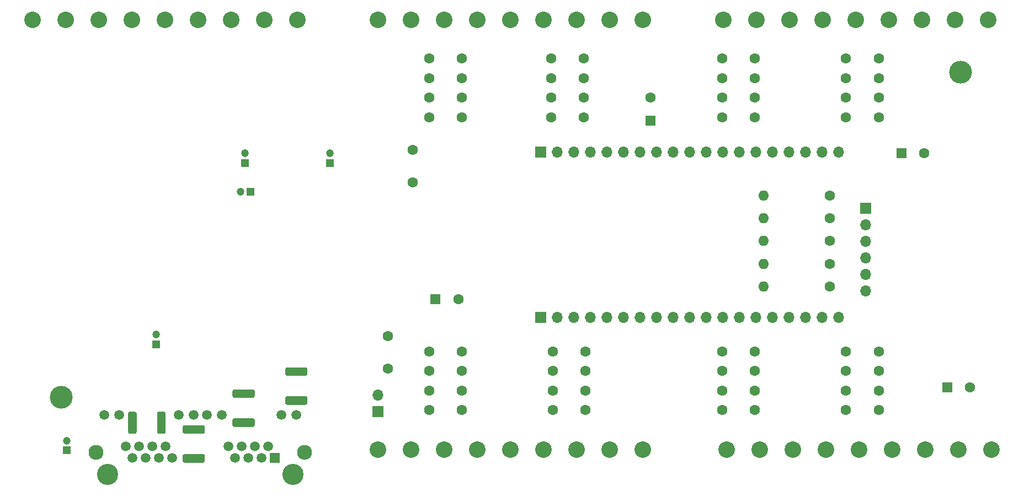
<source format=gbs>
%TF.GenerationSoftware,KiCad,Pcbnew,(5.1.12)-1*%
%TF.CreationDate,2023-05-21T12:59:29+02:00*%
%TF.ProjectId,roomcontroller,726f6f6d-636f-46e7-9472-6f6c6c65722e,rev?*%
%TF.SameCoordinates,Original*%
%TF.FileFunction,Soldermask,Bot*%
%TF.FilePolarity,Negative*%
%FSLAX46Y46*%
G04 Gerber Fmt 4.6, Leading zero omitted, Abs format (unit mm)*
G04 Created by KiCad (PCBNEW (5.1.12)-1) date 2023-05-21 12:59:29*
%MOMM*%
%LPD*%
G01*
G04 APERTURE LIST*
%ADD10O,1.600000X1.600000*%
%ADD11C,1.600000*%
%ADD12O,1.700000X1.700000*%
%ADD13R,1.700000X1.700000*%
%ADD14R,1.600000X1.600000*%
%ADD15C,2.540000*%
%ADD16C,3.500000*%
%ADD17C,1.200000*%
%ADD18R,1.200000X1.200000*%
%ADD19C,1.500000*%
%ADD20C,2.300000*%
%ADD21C,3.250000*%
%ADD22R,1.500000X1.500000*%
G04 APERTURE END LIST*
D10*
%TO.C,R35*%
X141740000Y-62400000D03*
D11*
X151900000Y-62400000D03*
%TD*%
D10*
%TO.C,R4*%
X141740000Y-65900000D03*
D11*
X151900000Y-65900000D03*
%TD*%
D10*
%TO.C,R3*%
X141740000Y-69400000D03*
D11*
X151900000Y-69400000D03*
%TD*%
D10*
%TO.C,R2*%
X141740000Y-72900000D03*
D11*
X151900000Y-72900000D03*
%TD*%
D10*
%TO.C,R1*%
X141740000Y-76400000D03*
D11*
X151900000Y-76400000D03*
%TD*%
D12*
%TO.C,J7*%
X157400000Y-77100000D03*
X157400000Y-74560000D03*
X157400000Y-72020000D03*
X157400000Y-69480000D03*
X157400000Y-66940000D03*
D13*
X157400000Y-64400000D03*
%TD*%
D11*
%TO.C,C43*%
X140400000Y-47400000D03*
X135400000Y-47400000D03*
%TD*%
%TO.C,C42*%
X109400000Y-89400000D03*
X114400000Y-89400000D03*
%TD*%
%TO.C,C41*%
X140400000Y-44400000D03*
X135400000Y-44400000D03*
%TD*%
%TO.C,C40*%
X109400000Y-92400000D03*
X114400000Y-92400000D03*
%TD*%
%TO.C,C39*%
X140400000Y-50400000D03*
X135400000Y-50400000D03*
%TD*%
%TO.C,C38*%
X109400000Y-86400000D03*
X114400000Y-86400000D03*
%TD*%
%TO.C,C37*%
X140400000Y-41400000D03*
X135400000Y-41400000D03*
%TD*%
%TO.C,C36*%
X109400000Y-95400000D03*
X114400000Y-95400000D03*
%TD*%
%TO.C,C35*%
X159400000Y-50400000D03*
X154400000Y-50400000D03*
%TD*%
%TO.C,C34*%
X154400000Y-47400000D03*
X159400000Y-47400000D03*
%TD*%
%TO.C,C33*%
X90400000Y-86400000D03*
X95400000Y-86400000D03*
%TD*%
%TO.C,C32*%
X95400000Y-89400000D03*
X90400000Y-89400000D03*
%TD*%
%TO.C,C31*%
X159400000Y-41400000D03*
X154400000Y-41400000D03*
%TD*%
%TO.C,C30*%
X154400000Y-44400000D03*
X159400000Y-44400000D03*
%TD*%
%TO.C,C29*%
X90400000Y-95400000D03*
X95400000Y-95400000D03*
%TD*%
%TO.C,C28*%
X95400000Y-92400000D03*
X90400000Y-92400000D03*
%TD*%
%TO.C,C26*%
X154400000Y-89400000D03*
X159400000Y-89400000D03*
%TD*%
%TO.C,C25*%
X95400000Y-47400000D03*
X90400000Y-47400000D03*
%TD*%
%TO.C,C24*%
X154400000Y-92400000D03*
X159400000Y-92400000D03*
%TD*%
%TO.C,C23*%
X95400000Y-44400000D03*
X90400000Y-44400000D03*
%TD*%
%TO.C,C22*%
X154400000Y-86400000D03*
X159400000Y-86400000D03*
%TD*%
%TO.C,C21*%
X95400000Y-50400000D03*
X90400000Y-50400000D03*
%TD*%
%TO.C,C20*%
X154400000Y-95400000D03*
X159400000Y-95400000D03*
%TD*%
%TO.C,C19*%
X95400000Y-41400000D03*
X90400000Y-41400000D03*
%TD*%
%TO.C,C18*%
X135400000Y-86400000D03*
X140400000Y-86400000D03*
%TD*%
%TO.C,C16*%
X140400000Y-89400000D03*
X135400000Y-89400000D03*
%TD*%
%TO.C,C15*%
X114150000Y-50400000D03*
X109150000Y-50400000D03*
%TD*%
%TO.C,C14*%
X109150000Y-47400000D03*
X114150000Y-47400000D03*
%TD*%
%TO.C,C10*%
X135400000Y-95400000D03*
X140400000Y-95400000D03*
%TD*%
%TO.C,C9*%
X140400000Y-92400000D03*
X135400000Y-92400000D03*
%TD*%
%TO.C,C8*%
X114150000Y-41400000D03*
X109150000Y-41400000D03*
%TD*%
%TO.C,C7*%
X109150000Y-44400000D03*
X114150000Y-44400000D03*
%TD*%
%TO.C,C45*%
X173400000Y-91900000D03*
D14*
X169900000Y-91900000D03*
%TD*%
D11*
%TO.C,C44*%
X94900000Y-78400000D03*
D14*
X91400000Y-78400000D03*
%TD*%
D11*
%TO.C,C27*%
X166400000Y-55900000D03*
D14*
X162900000Y-55900000D03*
%TD*%
D11*
%TO.C,C13*%
X124400000Y-47400000D03*
D14*
X124400000Y-50900000D03*
%TD*%
D11*
%TO.C,C11*%
X87900000Y-55400000D03*
X87900000Y-60400000D03*
%TD*%
%TO.C,R34*%
G36*
G01*
X52849999Y-102175000D02*
X55750001Y-102175000D01*
G75*
G02*
X56000000Y-102424999I0J-249999D01*
G01*
X56000000Y-103225001D01*
G75*
G02*
X55750001Y-103475000I-249999J0D01*
G01*
X52849999Y-103475000D01*
G75*
G02*
X52600000Y-103225001I0J249999D01*
G01*
X52600000Y-102424999D01*
G75*
G02*
X52849999Y-102175000I249999J0D01*
G01*
G37*
G36*
G01*
X52849999Y-97725000D02*
X55750001Y-97725000D01*
G75*
G02*
X56000000Y-97974999I0J-249999D01*
G01*
X56000000Y-98775001D01*
G75*
G02*
X55750001Y-99025000I-249999J0D01*
G01*
X52849999Y-99025000D01*
G75*
G02*
X52600000Y-98775001I0J249999D01*
G01*
X52600000Y-97974999D01*
G75*
G02*
X52849999Y-97725000I249999J0D01*
G01*
G37*
%TD*%
%TO.C,R33*%
G36*
G01*
X71500001Y-90125000D02*
X68599999Y-90125000D01*
G75*
G02*
X68350000Y-89875001I0J249999D01*
G01*
X68350000Y-89074999D01*
G75*
G02*
X68599999Y-88825000I249999J0D01*
G01*
X71500001Y-88825000D01*
G75*
G02*
X71750000Y-89074999I0J-249999D01*
G01*
X71750000Y-89875001D01*
G75*
G02*
X71500001Y-90125000I-249999J0D01*
G01*
G37*
G36*
G01*
X71500001Y-94575000D02*
X68599999Y-94575000D01*
G75*
G02*
X68350000Y-94325001I0J249999D01*
G01*
X68350000Y-93524999D01*
G75*
G02*
X68599999Y-93275000I249999J0D01*
G01*
X71500001Y-93275000D01*
G75*
G02*
X71750000Y-93524999I0J-249999D01*
G01*
X71750000Y-94325001D01*
G75*
G02*
X71500001Y-94575000I-249999J0D01*
G01*
G37*
%TD*%
%TO.C,R32*%
G36*
G01*
X48675000Y-98800001D02*
X48675000Y-95899999D01*
G75*
G02*
X48924999Y-95650000I249999J0D01*
G01*
X49725001Y-95650000D01*
G75*
G02*
X49975000Y-95899999I0J-249999D01*
G01*
X49975000Y-98800001D01*
G75*
G02*
X49725001Y-99050000I-249999J0D01*
G01*
X48924999Y-99050000D01*
G75*
G02*
X48675000Y-98800001I0J249999D01*
G01*
G37*
G36*
G01*
X44225000Y-98800001D02*
X44225000Y-95899999D01*
G75*
G02*
X44474999Y-95650000I249999J0D01*
G01*
X45275001Y-95650000D01*
G75*
G02*
X45525000Y-95899999I0J-249999D01*
G01*
X45525000Y-98800001D01*
G75*
G02*
X45275001Y-99050000I-249999J0D01*
G01*
X44474999Y-99050000D01*
G75*
G02*
X44225000Y-98800001I0J249999D01*
G01*
G37*
%TD*%
%TO.C,R31*%
G36*
G01*
X60499999Y-96675000D02*
X63400001Y-96675000D01*
G75*
G02*
X63650000Y-96924999I0J-249999D01*
G01*
X63650000Y-97725001D01*
G75*
G02*
X63400001Y-97975000I-249999J0D01*
G01*
X60499999Y-97975000D01*
G75*
G02*
X60250000Y-97725001I0J249999D01*
G01*
X60250000Y-96924999D01*
G75*
G02*
X60499999Y-96675000I249999J0D01*
G01*
G37*
G36*
G01*
X60499999Y-92225000D02*
X63400001Y-92225000D01*
G75*
G02*
X63650000Y-92474999I0J-249999D01*
G01*
X63650000Y-93275001D01*
G75*
G02*
X63400001Y-93525000I-249999J0D01*
G01*
X60499999Y-93525000D01*
G75*
G02*
X60250000Y-93275001I0J249999D01*
G01*
X60250000Y-92474999D01*
G75*
G02*
X60499999Y-92225000I249999J0D01*
G01*
G37*
%TD*%
D12*
%TO.C,ESP1*%
X112620000Y-55750000D03*
X115160000Y-55750000D03*
D13*
X107540000Y-55750000D03*
D12*
X120240000Y-55750000D03*
X127860000Y-55750000D03*
X110080000Y-55750000D03*
X117700000Y-55750000D03*
X122780000Y-55750000D03*
X130400000Y-55750000D03*
X125320000Y-55750000D03*
X140560000Y-55750000D03*
X132940000Y-55750000D03*
X150720000Y-55750000D03*
X135480000Y-55750000D03*
X153260000Y-55750000D03*
X143100000Y-55750000D03*
X138020000Y-55750000D03*
X145640000Y-55750000D03*
X148180000Y-55750000D03*
X112620000Y-81150000D03*
X115160000Y-81150000D03*
D13*
X107540000Y-81150000D03*
D12*
X120240000Y-81150000D03*
X127860000Y-81150000D03*
X110080000Y-81150000D03*
X117700000Y-81150000D03*
X122780000Y-81150000D03*
X130400000Y-81150000D03*
X125320000Y-81150000D03*
X140560000Y-81150000D03*
X132940000Y-81150000D03*
X150720000Y-81150000D03*
X135480000Y-81150000D03*
X153260000Y-81150000D03*
X143100000Y-81150000D03*
X138020000Y-81150000D03*
X145640000Y-81150000D03*
X148180000Y-81150000D03*
%TD*%
D15*
%TO.C,J6*%
X176720000Y-101450000D03*
X171640000Y-101450000D03*
X166560000Y-101450000D03*
X161480000Y-101450000D03*
X156400000Y-101450000D03*
X151320000Y-101450000D03*
X146240000Y-101450000D03*
X141160000Y-101450000D03*
X136080000Y-101450000D03*
%TD*%
%TO.C,J5*%
X123220000Y-101450000D03*
X118140000Y-101450000D03*
X113060000Y-101450000D03*
X107980000Y-101450000D03*
X102900000Y-101450000D03*
X97820000Y-101450000D03*
X92740000Y-101450000D03*
X87660000Y-101450000D03*
X82580000Y-101450000D03*
%TD*%
%TO.C,J2*%
X135580000Y-35450000D03*
X140660000Y-35450000D03*
X145740000Y-35450000D03*
X150820000Y-35450000D03*
X155900000Y-35450000D03*
X160980000Y-35450000D03*
X166060000Y-35450000D03*
X171140000Y-35450000D03*
X176220000Y-35450000D03*
%TD*%
%TO.C,J4*%
X107980000Y-35450000D03*
X113060000Y-35450000D03*
X118140000Y-35450000D03*
X123220000Y-35450000D03*
X82580000Y-35450000D03*
X87660000Y-35450000D03*
X92740000Y-35450000D03*
X97820000Y-35450000D03*
X102900000Y-35450000D03*
%TD*%
%TO.C,J3*%
X54980000Y-35450000D03*
X60060000Y-35450000D03*
X65140000Y-35450000D03*
X70220000Y-35450000D03*
X29580000Y-35450000D03*
X34660000Y-35450000D03*
X39740000Y-35450000D03*
X44820000Y-35450000D03*
X49900000Y-35450000D03*
%TD*%
D16*
%TO.C,H1*%
X171960000Y-43450000D03*
%TD*%
%TO.C,H2*%
X33960000Y-93450000D03*
%TD*%
D17*
%TO.C,C2*%
X48500000Y-83800000D03*
D18*
X48500000Y-85300000D03*
%TD*%
D17*
%TO.C,C17*%
X34800000Y-100100000D03*
D18*
X34800000Y-101600000D03*
%TD*%
D17*
%TO.C,C6*%
X61500000Y-61840000D03*
D18*
X63000000Y-61840000D03*
%TD*%
D17*
%TO.C,C5*%
X75240000Y-55920000D03*
D18*
X75240000Y-57420000D03*
%TD*%
D17*
%TO.C,C3*%
X62200000Y-55940000D03*
D18*
X62200000Y-57440000D03*
%TD*%
D11*
%TO.C,C12*%
X84100000Y-84000000D03*
X84100000Y-89000000D03*
%TD*%
D12*
%TO.C,120R_enable1*%
X82530000Y-93070000D03*
D13*
X82530000Y-95610000D03*
%TD*%
D19*
%TO.C,J1*%
X44904000Y-102770000D03*
X45920000Y-100990000D03*
X46936000Y-102770000D03*
X47952000Y-100990000D03*
X43888000Y-100990000D03*
X51000000Y-102770000D03*
X49984000Y-100990000D03*
X48968000Y-102770000D03*
X54300000Y-96170000D03*
X40580000Y-96170000D03*
X42870000Y-96170000D03*
X52010000Y-96170000D03*
X56330000Y-96170000D03*
X58620000Y-96170000D03*
X67760000Y-96170000D03*
X70050000Y-96170000D03*
D20*
X71320000Y-101880000D03*
X39320000Y-101880000D03*
D21*
X41090000Y-105310000D03*
X69540000Y-105310000D03*
D19*
X59638000Y-100990000D03*
X61670000Y-100990000D03*
X63702000Y-100990000D03*
X65734000Y-100990000D03*
X60654000Y-102770000D03*
X62686000Y-102770000D03*
X64718000Y-102770000D03*
D22*
X66750000Y-102770000D03*
%TD*%
M02*

</source>
